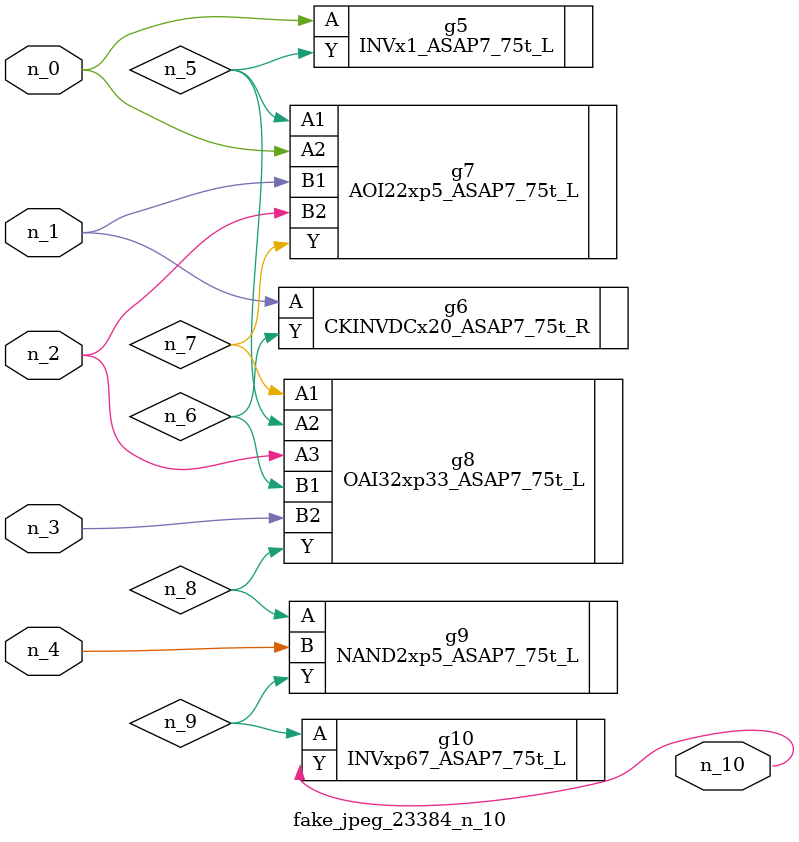
<source format=v>
module fake_jpeg_23384_n_10 (n_3, n_2, n_1, n_0, n_4, n_10);

input n_3;
input n_2;
input n_1;
input n_0;
input n_4;

output n_10;

wire n_8;
wire n_9;
wire n_6;
wire n_5;
wire n_7;

INVx1_ASAP7_75t_L g5 ( 
.A(n_0),
.Y(n_5)
);

CKINVDCx20_ASAP7_75t_R g6 ( 
.A(n_1),
.Y(n_6)
);

AOI22xp5_ASAP7_75t_L g7 ( 
.A1(n_5),
.A2(n_0),
.B1(n_1),
.B2(n_2),
.Y(n_7)
);

OAI32xp33_ASAP7_75t_L g8 ( 
.A1(n_7),
.A2(n_5),
.A3(n_2),
.B1(n_6),
.B2(n_3),
.Y(n_8)
);

NAND2xp5_ASAP7_75t_L g9 ( 
.A(n_8),
.B(n_4),
.Y(n_9)
);

INVxp67_ASAP7_75t_L g10 ( 
.A(n_9),
.Y(n_10)
);


endmodule
</source>
